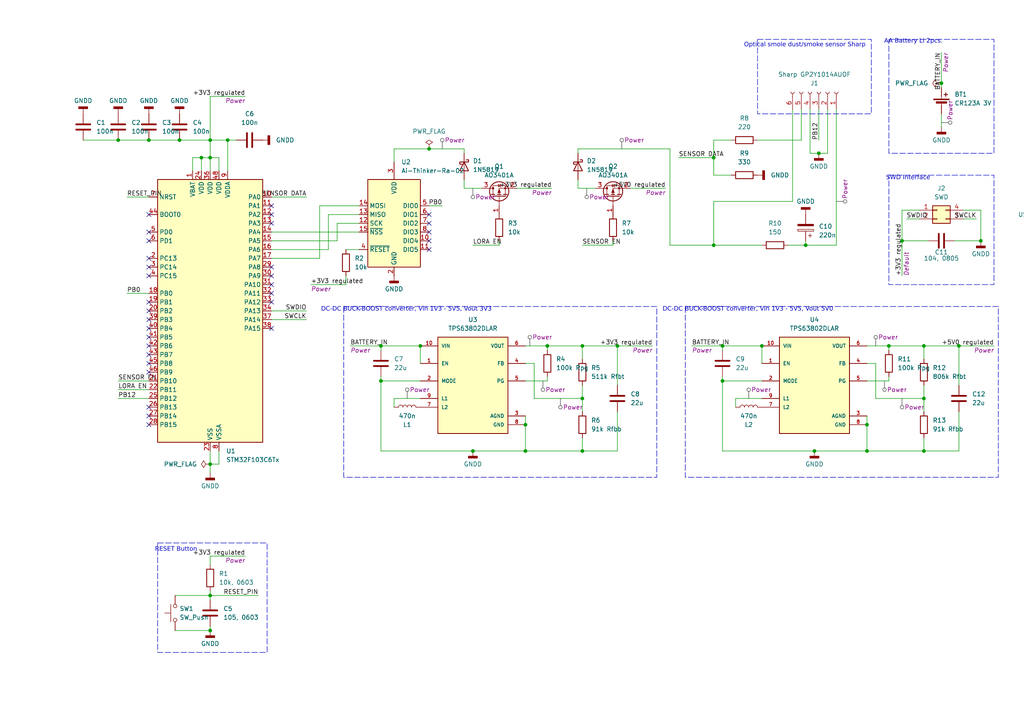
<source format=kicad_sch>
(kicad_sch (version 20250114) (generator "eeschema") (generator_version "9.0")
  (paper "A4")
  (title_block (title "Датчик дыма") (date "2025-05-07") (rev "000.000.001") (comment 2 "Бурыкин И.Ю."))
  (lib_symbols
    (symbol "Connector:Conn_01x06_Socket" (pin_names (offset 1.016) (hide yes))
      (property "Reference" "J" (at 0 7.62 0))
      (property "Value" "Conn_01x06_Socket" (at 0 -10.16 0))
      (symbol "Conn_01x06_Socket_1_1"
        (pin passive line (at -5.08 5.08 0) (length 3.81) (name "Pin_1") (number "1"))
        (pin passive line (at -5.08 2.54 0) (length 3.81) (name "Pin_2") (number "2"))
        (pin passive line (at -5.08 0 0) (length 3.81) (name "Pin_3") (number "3"))
        (pin passive line (at -5.08 -2.54 0) (length 3.81) (name "Pin_4") (number "4"))
        (pin passive line (at -5.08 -5.08 0) (length 3.81) (name "Pin_5") (number "5"))
        (pin passive line (at -5.08 -7.62 0) (length 3.81) (name "Pin_6") (number "6"))
      )
    )
    (symbol "Connector:USB_C_Receptacle_PowerOnly_6P" (pin_names (offset 1.016))
      (property "Reference" "J" (at 0 16.51 0))
      (property "Value" "USB_C_Receptacle_PowerOnly_6P" (at 0 13.97 0))
      (symbol "USB_C_Receptacle_PowerOnly_6P_1_1"
        (pin passive line (at -7.62 -17.78 90) (length 5.08) (name "SHIELD") (number "S1"))
        (pin passive line (at 0 -17.78 90) (length 5.08) (name "GND") (number "A12"))
        (pin passive line (at 0 -17.78 90) (length 5.08) (hide yes) (name "GND") (number "B12"))
        (pin passive line (at 15.24 7.62 180) (length 5.08) (name "VBUS") (number "A9"))
        (pin passive line (at 15.24 7.62 180) (length 5.08) (hide yes) (name "VBUS") (number "B9"))
        (pin bidirectional line (at 15.24 -5.08 180) (length 5.08) (name "CC1") (number "A5"))
        (pin bidirectional line (at 15.24 -7.62 180) (length 5.08) (name "CC2") (number "B5"))
      )
    )
    (symbol "Connector_Generic:Conn_02x02_Counter_Clockwise" (pin_names (offset 1.016) (hide yes))
      (property "Reference" "J" (at 1.27 2.54 0))
      (property "Value" "Conn_02x02_Counter_Clockwise" (at 1.27 -5.08 0))
      (symbol "Conn_02x02_Counter_Clockwise_1_1"
        (pin passive line (at -5.08 0 0) (length 3.81) (name "Pin_1") (number "1"))
        (pin passive line (at -5.08 -2.54 0) (length 3.81) (name "Pin_2") (number "2"))
        (pin passive line (at 7.62 0 180) (length 3.81) (name "Pin_4") (number "4"))
        (pin passive line (at 7.62 -2.54 180) (length 3.81) (name "Pin_3") (number "3"))
      )
    )
    (symbol "Custom_library:TPS63802DLAR" (pin_names (offset 1.016))
      (property "Reference" "U" (at -10.16 13.97 0))
      (property "Value" "TPS63802DLAR" (at -10.16 -16.51 0))
      (symbol "TPS63802DLAR_0_0"
        (pin input line (at -15.24 5.08 0) (length 5.08) (name "EN") (number "1"))
        (pin input line (at -15.24 0 0) (length 5.08) (name "MODE") (number "2"))
        (pin passive line (at -15.24 -5.08 0) (length 5.08) (name "L1") (number "9"))
        (pin passive line (at -15.24 -7.62 0) (length 5.08) (name "L2") (number "7"))
        (pin input line (at 15.24 5.08 180) (length 5.08) (name "FB") (number "4"))
        (pin output line (at 15.24 0 180) (length 5.08) (name "PG") (number "5"))
        (pin power_in line (at 15.24 -10.16 180) (length 5.08) (name "AGND") (number "3"))
        (pin power_in line (at 15.24 -12.7 180) (length 5.08) (name "GND") (number "8"))
      )
      (symbol "TPS63802DLAR_1_0"
        (pin power_in line (at -15.24 10.16 0) (length 5.08) (name "VIN") (number "10"))
        (pin power_out line (at 15.24 10.16 180) (length 5.08) (name "VOUT") (number "6"))
      )
    )
    (symbol "Device:Battery_Cell" (pin_numbers (hide yes)) (pin_names (offset 0) (hide yes))
      (property "Reference" "BT" (at 2.54 2.54 0))
      (property "Value" "Battery_Cell" (at 2.54 0 0))
      (symbol "Battery_Cell_1_1"
        (pin passive line (at 0 5.08 270) (length 2.54) (name "+") (number "1"))
        (pin passive line (at 0 -2.54 90) (length 2.54) (name "-") (number "2"))
      )
    )
    (symbol "Device:C" (pin_numbers (hide yes)) (pin_names (offset 0.254))
      (property "Reference" "C" (at 0.635 2.54 0))
      (property "Value" "C" (at 0.635 -2.54 0))
      (symbol "C_1_1"
        (pin passive line (at 0 3.81 270) (length 2.794) (name "~") (number "1"))
        (pin passive line (at 0 -3.81 90) (length 2.794) (name "~") (number "2"))
      )
    )
    (symbol "Device:C_Polarized" (pin_numbers (hide yes)) (pin_names (offset 0.254))
      (property "Reference" "C" (at 0.635 2.54 0))
      (property "Value" "C_Polarized" (at 0.635 -2.54 0))
      (symbol "C_Polarized_1_1"
        (pin passive line (at 0 3.81 270) (length 2.794) (name "~") (number "1"))
        (pin passive line (at 0 -3.81 90) (length 2.794) (name "~") (number "2"))
      )
    )
    (symbol "Device:L" (pin_numbers (hide yes)) (pin_names (offset 1.016) (hide yes))
      (property "Reference" "L" (at -1.27 0 90))
      (property "Value" "L" (at 1.905 0 90))
      (symbol "L_1_1"
        (pin passive line (at 0 3.81 270) (length 1.27) (name "1") (number "1"))
        (pin passive line (at 0 -3.81 90) (length 1.27) (name "2") (number "2"))
      )
    )
    (symbol "Device:R" (pin_numbers (hide yes)) (pin_names (offset 0))
      (property "Reference" "R" (at 2.032 0 90))
      (property "Value" "R" (at 0 0 90))
      (symbol "R_1_1"
        (pin passive line (at 0 3.81 270) (length 1.27) (name "~") (number "1"))
        (pin passive line (at 0 -3.81 90) (length 1.27) (name "~") (number "2"))
      )
    )
    (symbol "Diode:1N5819" (pin_numbers (hide yes)) (pin_names (offset 1.016) (hide yes))
      (property "Reference" "D" (at 0 2.54 0))
      (property "Value" "1N5819" (at 0 -2.54 0))
      (symbol "1N5819_1_1"
        (pin passive line (at -3.81 0 0) (length 2.54) (name "K") (number "1"))
        (pin passive line (at 3.81 0 180) (length 2.54) (name "A") (number "2"))
      )
    )
    (symbol "MCU_ST_STM32F1:STM32F103C6Tx"
      (property "Reference" "U" (at -15.24 39.37 0))
      (property "Value" "STM32F103C6Tx" (at 7.62 39.37 0))
      (symbol "STM32F103C6Tx_1_1"
        (pin input line (at -17.78 33.02 0) (length 2.54) (name "NRST") (number "7"))
        (pin input line (at -17.78 27.94 0) (length 2.54) (name "BOOT0") (number "44"))
        (pin bidirectional line (at -17.78 22.86 0) (length 2.54) (name "PD0") (number "5"))
        (pin bidirectional line (at -17.78 20.32 0) (length 2.54) (name "PD1") (number "6"))
        (pin bidirectional line (at -17.78 15.24 0) (length 2.54) (name "PC13") (number "2"))
        (pin bidirectional line (at -17.78 12.7 0) (length 2.54) (name "PC14") (number "3"))
        (pin bidirectional line (at -17.78 10.16 0) (length 2.54) (name "PC15") (number "4"))
        (pin bidirectional line (at -17.78 5.08 0) (length 2.54) (name "PB0") (number "18"))
        (pin bidirectional line (at -17.78 2.54 0) (length 2.54) (name "PB1") (number "19"))
        (pin bidirectional line (at -17.78 0 0) (length 2.54) (name "PB2") (number "20"))
        (pin bidirectional line (at -17.78 -2.54 0) (length 2.54) (name "PB3") (number "39"))
        (pin bidirectional line (at -17.78 -5.08 0) (length 2.54) (name "PB4") (number "40"))
        (pin bidirectional line (at -17.78 -7.62 0) (length 2.54) (name "PB5") (number "41"))
        (pin bidirectional line (at -17.78 -10.16 0) (length 2.54) (name "PB6") (number "42"))
        (pin bidirectional line (at -17.78 -12.7 0) (length 2.54) (name "PB7") (number "43"))
        (pin bidirectional line (at -17.78 -15.24 0) (length 2.54) (name "PB8") (number "45"))
        (pin bidirectional line (at -17.78 -17.78 0) (length 2.54) (name "PB9") (number "46"))
        (pin bidirectional line (at -17.78 -20.32 0) (length 2.54) (name "PB10") (number "21"))
        (pin bidirectional line (at -17.78 -22.86 0) (length 2.54) (name "PB11") (number "22"))
        (pin bidirectional line (at -17.78 -25.4 0) (length 2.54) (name "PB12") (number "25"))
        (pin bidirectional line (at -17.78 -27.94 0) (length 2.54) (name "PB13") (number "26"))
        (pin bidirectional line (at -17.78 -30.48 0) (length 2.54) (name "PB14") (number "27"))
        (pin bidirectional line (at -17.78 -33.02 0) (length 2.54) (name "PB15") (number "28"))
        (pin power_in line (at -5.08 40.64 270) (length 2.54) (name "VBAT") (number "1"))
        (pin power_in line (at -2.54 40.64 270) (length 2.54) (name "VDD") (number "24"))
        (pin power_in line (at 0 40.64 270) (length 2.54) (name "VDD") (number "36"))
        (pin power_in line (at 0 -40.64 90) (length 2.54) (name "VSS") (number "23"))
        (pin passive line (at 0 -40.64 90) (length 2.54) (hide yes) (name "VSS") (number "35"))
        (pin passive line (at 0 -40.64 90) (length 2.54) (hide yes) (name "VSS") (number "47"))
        (pin power_in line (at 2.54 40.64 270) (length 2.54) (name "VDD") (number "48"))
        (pin power_in line (at 2.54 -40.64 90) (length 2.54) (name "VSSA") (number "8"))
        (pin power_in line (at 5.08 40.64 270) (length 2.54) (name "VDDA") (number "9"))
        (pin bidirectional line (at 17.78 33.02 180) (length 2.54) (name "PA0") (number "10"))
        (pin bidirectional line (at 17.78 30.48 180) (length 2.54) (name "PA1") (number "11"))
        (pin bidirectional line (at 17.78 27.94 180) (length 2.54) (name "PA2") (number "12"))
        (pin bidirectional line (at 17.78 25.4 180) (length 2.54) (name "PA3") (number "13"))
        (pin bidirectional line (at 17.78 22.86 180) (length 2.54) (name "PA4") (number "14"))
        (pin bidirectional line (at 17.78 20.32 180) (length 2.54) (name "PA5") (number "15"))
        (pin bidirectional line (at 17.78 17.78 180) (length 2.54) (name "PA6") (number "16"))
        (pin bidirectional line (at 17.78 15.24 180) (length 2.54) (name "PA7") (number "17"))
        (pin bidirectional line (at 17.78 12.7 180) (length 2.54) (name "PA8") (number "29"))
        (pin bidirectional line (at 17.78 10.16 180) (length 2.54) (name "PA9") (number "30"))
        (pin bidirectional line (at 17.78 7.62 180) (length 2.54) (name "PA10") (number "31"))
        (pin bidirectional line (at 17.78 5.08 180) (length 2.54) (name "PA11") (number "32"))
        (pin bidirectional line (at 17.78 2.54 180) (length 2.54) (name "PA12") (number "33"))
        (pin bidirectional line (at 17.78 0 180) (length 2.54) (name "PA13") (number "34"))
        (pin bidirectional line (at 17.78 -2.54 180) (length 2.54) (name "PA14") (number "37"))
        (pin bidirectional line (at 17.78 -5.08 180) (length 2.54) (name "PA15") (number "38"))
      )
    )
    (symbol "RF_Module:Ai-Thinker-Ra-02"
      (property "Reference" "U" (at 2.54 19.05 0))
      (property "Value" "Ai-Thinker-Ra-02" (at 13.97 -15.24 0))
      (symbol "Ai-Thinker-Ra-02_1_1"
        (pin input line (at -10.16 5.08 0) (length 2.54) (name "MOSI") (number "14"))
        (pin output line (at -10.16 2.54 0) (length 2.54) (name "MISO") (number "13"))
        (pin input line (at -10.16 0 0) (length 2.54) (name "SCK") (number "12"))
        (pin input line (at -10.16 -2.54 0) (length 2.54) (name "~{NSS}") (number "15"))
        (pin input line (at -10.16 -7.62 0) (length 2.54) (name "~{RESET}") (number "4"))
        (pin power_in line (at 0 17.78 270) (length 5.08) (name "VDD") (number "3"))
        (pin passive line (at 0 -15.24 90) (length 2.54) (hide yes) (name "GND") (number "1"))
        (pin passive line (at 0 -15.24 90) (length 2.54) (hide yes) (name "GND") (number "16"))
        (pin power_in line (at 0 -15.24 90) (length 2.54) (name "GND") (number "2"))
        (pin passive line (at 0 -15.24 90) (length 2.54) (hide yes) (name "GND") (number "9"))
        (pin bidirectional line (at 10.16 5.08 180) (length 2.54) (name "DIO0") (number "5"))
        (pin bidirectional line (at 10.16 2.54 180) (length 2.54) (name "DIO1") (number "6"))
        (pin bidirectional line (at 10.16 0 180) (length 2.54) (name "DIO2") (number "7"))
        (pin bidirectional line (at 10.16 -2.54 180) (length 2.54) (name "DIO3") (number "8"))
        (pin bidirectional line (at 10.16 -5.08 180) (length 2.54) (name "DIO4") (number "10"))
        (pin bidirectional line (at 10.16 -7.62 180) (length 2.54) (name "DIO5") (number "11"))
      )
    )
    (symbol "Switch:SW_Push" (pin_numbers (hide yes)) (pin_names (offset 1.016) (hide yes))
      (property "Reference" "SW" (at 1.27 2.54 0))
      (property "Value" "SW_Push" (at 0 -1.524 0))
      (symbol "SW_Push_0_1"
        (pin passive line (at -5.08 0 0) (length 2.54) (name "1") (number "1"))
        (pin passive line (at 5.08 0 180) (length 2.54) (name "2") (number "2"))
      )
    )
    (symbol "TPS63802DLAR_1" (pin_names (offset 1.016))
      (property "Reference" "U" (at -10.16 13.97 0))
      (property "Value" "TPS63802DLAR" (at -10.16 -16.51 0))
      (symbol "TPS63802DLAR_1_0_0"
        (pin input line (at -15.24 5.08 0) (length 5.08) (name "EN") (number "1"))
        (pin input line (at -15.24 0 0) (length 5.08) (name "MODE") (number "2"))
        (pin passive line (at -15.24 -5.08 0) (length 5.08) (name "L1") (number "9"))
        (pin passive line (at -15.24 -7.62 0) (length 5.08) (name "L2") (number "7"))
        (pin input line (at 15.24 5.08 180) (length 5.08) (name "FB") (number "4"))
        (pin output line (at 15.24 0 180) (length 5.08) (name "PG") (number "5"))
        (pin power_in line (at 15.24 -10.16 180) (length 5.08) (name "AGND") (number "3"))
        (pin power_in line (at 15.24 -12.7 180) (length 5.08) (name "GND") (number "8"))
      )
      (symbol "TPS63802DLAR_1_1_0"
        (pin power_in line (at -15.24 10.16 0) (length 5.08) (name "VIN") (number "10"))
        (pin power_out line (at 15.24 10.16 180) (length 5.08) (name "VOUT") (number "6"))
      )
    )
    (symbol "Transistor_FET:AO3401A" (pin_names (hide yes))
      (property "Reference" "Q" (at 5.08 1.905 0))
      (property "Value" "AO3401A" (at 5.08 0 0))
      (symbol "AO3401A_1_1"
        (pin input line (at -5.08 0 0) (length 2.54) (name "G") (number "1"))
        (pin passive line (at 2.54 5.08 270) (length 2.54) (name "D") (number "3"))
        (pin passive line (at 2.54 -5.08 90) (length 2.54) (name "S") (number "2"))
      )
    )
    (symbol "power:GNDD" (power) (pin_numbers (hide yes)) (pin_names (offset 0) (hide yes))
      (property "Value" "GNDD" (at 0 -3.175 0))
      (symbol "GNDD_1_1"
        (pin power_in line (at 0 0 270) (length 0) (name "~") (number "1"))
      )
    )
    (symbol "power:PWR_FLAG" (power) (pin_numbers (hide yes)) (pin_names (offset 0) (hide yes))
      (property "Value" "PWR_FLAG" (at 0 3.81 0))
      (symbol "PWR_FLAG_0_0"
        (pin power_out line (at 0 0 90) (length 0) (name "~") (number "1"))
      )
    )
  )
  (rectangle (start 257.81 50.8) (end 288.29 82.55) (stroke (width 0) (type dash)))
  (rectangle (start 257.81 11.43) (end 288.29 44.45) (stroke (width 0) (type dash)))
  (rectangle (start 99.695 88.9) (end 190.5 138.43) (stroke (width 0) (type dash)))
  (rectangle (start 45.72 157.48) (end 77.47 189.23) (stroke (width 0) (type dash)))
  (rectangle (start 219.71 11.43) (end 252.73 33.02) (stroke (width 0) (type dash)))
  (rectangle (start 198.755 88.9) (end 289.56 138.43) (stroke (width 0) (type dash)))
  (text "SWD Interface\n\n" (at 263.398 53.086 0) (effects (font (size 1.27 1.27))))
  (text "RESET Button" (at 51.054 159.766 0) (effects (font (size 1.27 1.27))))
  (text "AA Battery Li 2pcs.\n\n" (at 264.922 13.462 0) (effects (font (size 1.27 1.27))))
  (text "DC-DC BUCK-BOOST converter, Vin 1V3 - 5V5, Vout 3V3\n\n" (at 117.856 91.186 0) (effects (font (size 1.27 1.27))))
  (text "Optical smole dust/smoke sensor Sharp" (at 233.426 13.462 0) (effects (font (size 1.27 1.27))))
  (text "DC-DC BUCK-BOOST converter, Vin 1V3 - 5V5, Vout 5V0\n\n" (at 216.916 91.186 0) (effects (font (size 1.27 1.27))))
  (junction (at 236.22 130.81))
  (junction (at 233.68 71.12))
  (junction (at 66.04 40.64))
  (junction (at 209.55 110.49))
  (junction (at 110.49 110.49))
  (junction (at 158.75 100.33))
  (junction (at 257.81 100.33))
  (junction (at 267.97 130.81))
  (junction (at 168.91 115.57))
  (junction (at 60.96 172.72))
  (junction (at 60.96 45.72))
  (junction (at 60.96 134.62))
  (junction (at 267.97 100.33))
  (junction (at 34.29 40.64))
  (junction (at 168.91 100.33))
  (junction (at 152.4 123.19))
  (junction (at 58.42 45.72))
  (junction (at 267.97 115.57))
  (junction (at 278.13 100.33))
  (junction (at 284.48 69.85))
  (junction (at 52.07 40.64))
  (junction (at 207.01 71.12))
  (junction (at 152.4 130.81))
  (junction (at 168.91 130.81))
  (junction (at 261.62 69.85))
  (junction (at 179.07 100.33))
  (junction (at 251.46 123.19))
  (junction (at 209.55 100.33))
  (junction (at 110.49 100.33))
  (junction (at 43.18 40.64))
  (junction (at 237.49 44.45))
  (junction (at 207.01 45.72))
  (junction (at 220.98 100.33))
  (junction (at 273.05 24.13))
  (junction (at 137.16 130.81))
  (junction (at 60.96 182.88))
  (junction (at 60.96 40.64))
  (junction (at 251.46 130.81))
  (junction (at 124.46 43.18))
  (junction (at 121.92 100.33))
  (no_connect (at 124.46 62.23))
  (no_connect (at 43.18 97.79))
  (no_connect (at 78.74 95.25))
  (no_connect (at 43.18 100.33))
  (no_connect (at 78.74 87.63))
  (no_connect (at 78.74 85.09))
  (no_connect (at 124.46 64.77))
  (no_connect (at 43.18 74.93))
  (no_connect (at 78.74 82.55))
  (no_connect (at 124.46 69.85))
  (no_connect (at 78.74 80.01))
  (no_connect (at 43.18 107.95))
  (no_connect (at 78.74 62.23))
  (no_connect (at 43.18 123.19))
  (no_connect (at 43.18 77.47))
  (no_connect (at 78.74 77.47))
  (no_connect (at 43.18 62.23))
  (no_connect (at 43.18 92.71))
  (no_connect (at 43.18 95.25))
  (no_connect (at 78.74 59.69))
  (no_connect (at 124.46 67.31))
  (no_connect (at 43.18 105.41))
  (no_connect (at 43.18 120.65))
  (no_connect (at 43.18 80.01))
  (no_connect (at 124.46 72.39))
  (no_connect (at 43.18 69.85))
  (no_connect (at 43.18 67.31))
  (no_connect (at 78.74 64.77))
  (no_connect (at 43.18 118.11))
  (no_connect (at 43.18 102.87))
  (no_connect (at 43.18 87.63))
  (no_connect (at 43.18 90.17))
  (wire (pts (xy 43.18 40.64) (xy 52.07 40.64)))
  (wire (pts (xy 134.62 54.61) (xy 134.62 52.07)))
  (wire (pts (xy 167.64 54.61) (xy 172.72 54.61)))
  (wire (pts (xy 78.74 90.17) (xy 88.9 90.17)))
  (wire (pts (xy 66.04 40.64) (xy 66.04 49.53)))
  (wire (pts (xy 288.29 100.33) (xy 278.13 100.33)))
  (wire (pts (xy 167.64 43.18) (xy 194.31 43.18)))
  (wire (pts (xy 114.3 115.57) (xy 121.92 115.57)))
  (wire (pts (xy 261.62 60.96) (xy 261.62 69.85)))
  (wire (pts (xy 152.4 110.49) (xy 158.75 110.49)))
  (wire (pts (xy 58.42 45.72) (xy 60.96 45.72)))
  (wire (pts (xy 110.49 110.49) (xy 121.92 110.49)))
  (wire (pts (xy 267.97 100.33) (xy 278.13 100.33)))
  (wire (pts (xy 200.66 100.33) (xy 209.55 100.33)))
  (wire (pts (xy 232.41 40.64) (xy 219.71 40.64)))
  (wire (pts (xy 60.96 130.81) (xy 60.96 134.62)))
  (wire (pts (xy 168.91 100.33) (xy 179.07 100.33)))
  (wire (pts (xy 158.75 101.6) (xy 158.75 100.33)))
  (wire (pts (xy 58.42 45.72) (xy 58.42 49.53)))
  (wire (pts (xy 267.97 100.33) (xy 267.97 104.14)))
  (wire (pts (xy 55.88 45.72) (xy 55.88 49.53)))
  (wire (pts (xy 233.68 71.12) (xy 233.68 69.85)))
  (wire (pts (xy 257.81 101.6) (xy 257.81 100.33)))
  (wire (pts (xy 251.46 130.81) (xy 267.97 130.81)))
  (wire (pts (xy 97.79 64.77) (xy 104.14 64.77)))
  (wire (pts (xy 209.55 110.49) (xy 209.55 130.81)))
  (wire (pts (xy 236.22 130.81) (xy 251.46 130.81)))
  (wire (pts (xy 232.41 31.75) (xy 232.41 40.64)))
  (wire (pts (xy 34.29 40.64) (xy 43.18 40.64)))
  (wire (pts (xy 144.78 71.12) (xy 144.78 69.85)))
  (wire (pts (xy 209.55 100.33) (xy 220.98 100.33)))
  (wire (pts (xy 233.68 71.12) (xy 242.57 71.12)))
  (wire (pts (xy 168.91 100.33) (xy 168.91 104.14)))
  (wire (pts (xy 60.96 182.88) (xy 60.96 181.61)))
  (wire (pts (xy 60.96 40.64) (xy 66.04 40.64)))
  (wire (pts (xy 71.12 161.29) (xy 60.96 161.29)))
  (wire (pts (xy 95.25 72.39) (xy 95.25 62.23)))
  (wire (pts (xy 273.05 33.02) (xy 273.05 36.83)))
  (wire (pts (xy 110.49 100.33) (xy 121.92 100.33)))
  (wire (pts (xy 97.79 69.85) (xy 97.79 64.77)))
  (wire (pts (xy 152.4 130.81) (xy 168.91 130.81)))
  (wire (pts (xy 60.96 172.72) (xy 60.96 171.45)))
  (wire (pts (xy 121.92 100.33) (xy 121.92 105.41)))
  (wire (pts (xy 137.16 130.81) (xy 110.49 130.81)))
  (wire (pts (xy 114.3 115.57) (xy 114.3 118.11)))
  (wire (pts (xy 168.91 127) (xy 168.91 130.81)))
  (wire (pts (xy 114.3 43.18) (xy 114.3 46.99)))
  (wire (pts (xy 50.8 182.88) (xy 60.96 182.88)))
  (wire (pts (xy 110.49 110.49) (xy 110.49 130.81)))
  (wire (pts (xy 266.7 60.96) (xy 261.62 60.96)))
  (wire (pts (xy 251.46 123.19) (xy 251.46 130.81)))
  (wire (pts (xy 261.62 69.85) (xy 261.62 80.01)))
  (wire (pts (xy 152.4 100.33) (xy 158.75 100.33)))
  (wire (pts (xy 168.91 71.12) (xy 177.8 71.12)))
  (wire (pts (xy 154.94 115.57) (xy 168.91 115.57)))
  (wire (pts (xy 60.96 45.72) (xy 60.96 49.53)))
  (wire (pts (xy 78.74 74.93) (xy 92.71 74.93)))
  (wire (pts (xy 179.07 100.33) (xy 189.23 100.33)))
  (wire (pts (xy 60.96 161.29) (xy 60.96 163.83)))
  (wire (pts (xy 60.96 173.99) (xy 60.96 172.72)))
  (wire (pts (xy 60.96 45.72) (xy 63.5 45.72)))
  (wire (pts (xy 78.74 67.31) (xy 104.14 67.31)))
  (wire (pts (xy 207.01 50.8) (xy 212.09 50.8)))
  (wire (pts (xy 228.6 71.12) (xy 233.68 71.12)))
  (wire (pts (xy 124.46 59.69) (xy 128.27 59.69)))
  (wire (pts (xy 194.31 71.12) (xy 207.01 71.12)))
  (wire (pts (xy 194.31 43.18) (xy 194.31 71.12)))
  (wire (pts (xy 110.49 110.49) (xy 110.49 109.22)))
  (wire (pts (xy 179.07 100.33) (xy 179.07 111.76)))
  (wire (pts (xy 213.36 115.57) (xy 220.98 115.57)))
  (wire (pts (xy 251.46 110.49) (xy 257.81 110.49)))
  (wire (pts (xy 167.64 43.18) (xy 167.64 44.45)))
  (wire (pts (xy 220.98 100.33) (xy 220.98 105.41)))
  (wire (pts (xy 167.64 54.61) (xy 167.64 52.07)))
  (wire (pts (xy 63.5 130.81) (xy 63.5 134.62)))
  (wire (pts (xy 88.9 57.15) (xy 78.74 57.15)))
  (wire (pts (xy 110.49 101.6) (xy 110.49 100.33)))
  (wire (pts (xy 207.01 40.64) (xy 207.01 45.72)))
  (wire (pts (xy 251.46 100.33) (xy 257.81 100.33)))
  (wire (pts (xy 24.13 40.64) (xy 34.29 40.64)))
  (wire (pts (xy 34.29 115.57) (xy 43.18 115.57)))
  (wire (pts (xy 229.87 31.75) (xy 229.87 58.42)))
  (wire (pts (xy 78.74 92.71) (xy 88.9 92.71)))
  (wire (pts (xy 100.33 82.55) (xy 100.33 80.01)))
  (wire (pts (xy 152.4 123.19) (xy 152.4 130.81)))
  (wire (pts (xy 154.94 105.41) (xy 154.94 115.57)))
  (wire (pts (xy 196.85 45.72) (xy 207.01 45.72)))
  (wire (pts (xy 101.6 100.33) (xy 110.49 100.33)))
  (wire (pts (xy 262.89 63.5) (xy 266.7 63.5)))
  (wire (pts (xy 95.25 62.23) (xy 104.14 62.23)))
  (wire (pts (xy 251.46 120.65) (xy 251.46 123.19)))
  (wire (pts (xy 257.81 100.33) (xy 267.97 100.33)))
  (wire (pts (xy 261.62 69.85) (xy 269.24 69.85)))
  (wire (pts (xy 267.97 130.81) (xy 278.13 130.81)))
  (wire (pts (xy 60.96 27.94) (xy 71.12 27.94)))
  (wire (pts (xy 209.55 101.6) (xy 209.55 100.33)))
  (wire (pts (xy 168.91 130.81) (xy 179.07 130.81)))
  (wire (pts (xy 179.07 119.38) (xy 179.07 130.81)))
  (wire (pts (xy 207.01 58.42) (xy 207.01 71.12)))
  (wire (pts (xy 234.95 44.45) (xy 237.49 44.45)))
  (wire (pts (xy 237.49 44.45) (xy 240.03 44.45)))
  (wire (pts (xy 213.36 115.57) (xy 213.36 118.11)))
  (wire (pts (xy 207.01 40.64) (xy 212.09 40.64)))
  (wire (pts (xy 52.07 40.64) (xy 60.96 40.64)))
  (wire (pts (xy 242.57 31.75) (xy 242.57 71.12)))
  (wire (pts (xy 134.62 44.45) (xy 134.62 43.18)))
  (wire (pts (xy 284.48 69.85) (xy 284.48 60.96)))
  (wire (pts (xy 240.03 31.75) (xy 240.03 44.45)))
  (wire (pts (xy 278.13 100.33) (xy 278.13 111.76)))
  (wire (pts (xy 267.97 111.76) (xy 267.97 115.57)))
  (wire (pts (xy 134.62 54.61) (xy 139.7 54.61)))
  (wire (pts (xy 257.81 109.22) (xy 257.81 110.49)))
  (wire (pts (xy 60.96 27.94) (xy 60.96 40.64)))
  (wire (pts (xy 78.74 69.85) (xy 97.79 69.85)))
  (wire (pts (xy 124.46 43.18) (xy 134.62 43.18)))
  (wire (pts (xy 149.86 54.61) (xy 160.02 54.61)))
  (wire (pts (xy 278.13 119.38) (xy 278.13 130.81)))
  (wire (pts (xy 229.87 58.42) (xy 207.01 58.42)))
  (wire (pts (xy 236.22 130.81) (xy 209.55 130.81)))
  (wire (pts (xy 177.8 71.12) (xy 177.8 69.85)))
  (wire (pts (xy 137.16 71.12) (xy 144.78 71.12)))
  (wire (pts (xy 92.71 74.93) (xy 92.71 59.69)))
  (wire (pts (xy 207.01 45.72) (xy 207.01 50.8)))
  (wire (pts (xy 182.88 54.61) (xy 193.04 54.61)))
  (wire (pts (xy 273.05 24.13) (xy 273.05 25.4)))
  (wire (pts (xy 43.18 110.49) (xy 34.29 110.49)))
  (wire (pts (xy 60.96 40.64) (xy 60.96 45.72)))
  (wire (pts (xy 267.97 127) (xy 267.97 130.81)))
  (wire (pts (xy 60.96 134.62) (xy 63.5 134.62)))
  (wire (pts (xy 104.14 72.39) (xy 100.33 72.39)))
  (wire (pts (xy 36.83 57.15) (xy 43.18 57.15)))
  (wire (pts (xy 284.48 60.96) (xy 279.4 60.96)))
  (wire (pts (xy 50.8 172.72) (xy 60.96 172.72)))
  (wire (pts (xy 207.01 71.12) (xy 220.98 71.12)))
  (wire (pts (xy 251.46 105.41) (xy 254 105.41)))
  (wire (pts (xy 152.4 120.65) (xy 152.4 123.19)))
  (wire (pts (xy 254 105.41) (xy 254 115.57)))
  (wire (pts (xy 60.96 134.62) (xy 60.96 137.16)))
  (wire (pts (xy 209.55 110.49) (xy 209.55 109.22)))
  (wire (pts (xy 60.96 172.72) (xy 74.93 172.72)))
  (wire (pts (xy 237.49 31.75) (xy 237.49 40.64)))
  (wire (pts (xy 152.4 105.41) (xy 154.94 105.41)))
  (wire (pts (xy 234.95 31.75) (xy 234.95 44.45)))
  (wire (pts (xy 168.91 115.57) (xy 168.91 119.38)))
  (wire (pts (xy 209.55 110.49) (xy 220.98 110.49)))
  (wire (pts (xy 34.29 113.03) (xy 43.18 113.03)))
  (wire (pts (xy 158.75 109.22) (xy 158.75 110.49)))
  (wire (pts (xy 66.04 40.64) (xy 68.58 40.64)))
  (wire (pts (xy 92.71 59.69) (xy 104.14 59.69)))
  (wire (pts (xy 158.75 100.33) (xy 168.91 100.33)))
  (wire (pts (xy 90.17 82.55) (xy 100.33 82.55)))
  (wire (pts (xy 267.97 115.57) (xy 267.97 119.38)))
  (wire (pts (xy 43.18 85.09) (xy 36.83 85.09)))
  (wire (pts (xy 254 115.57) (xy 267.97 115.57)))
  (wire (pts (xy 63.5 45.72) (xy 63.5 49.53)))
  (wire (pts (xy 114.3 43.18) (xy 124.46 43.18)))
  (wire (pts (xy 78.74 72.39) (xy 95.25 72.39)))
  (wire (pts (xy 273.05 15.24) (xy 273.05 24.13)))
  (wire (pts (xy 55.88 45.72) (xy 58.42 45.72)))
  (wire (pts (xy 168.91 111.76) (xy 168.91 115.57)))
  (wire (pts (xy 276.86 69.85) (xy 284.48 69.85)))
  (wire (pts (xy 137.16 130.81) (xy 152.4 130.81)))
  (wire (pts (xy 279.4 63.5) (xy 283.21 63.5)))
  (label "SWCLK" (at 88.9 92.71 180))
  (label "LORA EN" (at 137.16 71.12 0))
  (label "+3V3 regulated" (at 160.02 54.61 180) (property "Netclass" "Power" (at 160.02 55.88 0) (effects (font (italic yes)) (justify right))))
  (label "SENSOR EN" (at 34.29 110.49 0))
  (label "RESET_PIN" (at 74.93 172.72 180))
  (label "SENSOR DATA" (at 88.9 57.15 180))
  (label "SWCLK" (at 283.21 63.5 180))
  (label "BATTERY_IN" (at 200.66 100.33 0) (property "Netclass" "Power" (at 200.66 101.6 0) (effects (font (italic yes)) (justify left))))
  (label "+3V3 regulated" (at 261.62 80.01 90) (property "Netclass" "Default" (at 262.89 80.01 90) (effects (font (italic yes)) (justify left))))
  (label "+3V3 regulated" (at 71.12 27.94 180) (property "Netclass" "Power" (at 71.12 29.21 0) (effects (font (italic yes)) (justify right))))
  (label "PB12" (at 237.49 40.64 90))
  (label "LORA EN" (at 34.29 113.03 0))
  (label "PB12" (at 34.29 115.57 0))
  (label "BATTERY_IN" (at 273.05 15.24 270) (property "Netclass" "Power" (at 274.32 15.24 90) (effects (font (italic yes)) (justify right))))
  (label "SWDIO" (at 262.89 63.5 0))
  (label "SWDIO" (at 88.9 90.17 180))
  (label "+5V0 regulated" (at 288.29 100.33 180) (property "Netclass" "Power" (at 288.29 101.6 0) (effects (font (italic yes)) (justify right))))
  (label "RESET_PIN" (at 36.83 57.15 0))
  (label "+3V3 regulated" (at 90.17 82.55 0) (property "Netclass" "Power" (at 90.17 83.82 0) (effects (font (italic yes)) (justify left))))
  (label "+3V3 regulated" (at 71.12 161.29 180) (property "Netclass" "Power" (at 71.12 162.56 0) (effects (font (italic yes)) (justify right))))
  (label "+5V0 regulated" (at 193.04 54.61 180) (property "Netclass" "Power" (at 193.04 55.88 0) (effects (font (italic yes)) (justify right))))
  (label "+3V3 regulated" (at 189.23 100.33 180) (property "Netclass" "Power" (at 189.23 101.6 0) (effects (font (italic yes)) (justify right))))
  (label "BATTERY_IN" (at 101.6 100.33 0) (property "Netclass" "Power" (at 101.6 101.6 0) (effects (font (italic yes)) (justify left))))
  (label "SENSOR EN" (at 168.91 71.12 0))
  (label "PB0" (at 36.83 85.09 0))
  (label "PB0" (at 128.27 59.69 180))
  (label "SENSOR DATA" (at 196.85 45.72 0))
  (netclass_flag "" (length 2.54) (shape round) (at 153.67 100.33 0) (property "Netclass" "Power" (at 154.3685 97.79 0) (effects (justify left))))
  (netclass_flag "" (length 2.54) (shape round) (at 162.56 115.57 180) (property "Netclass" "Power" (at 163.2585 118.11 0) (effects (justify left))))
  (netclass_flag "" (length 2.54) (shape round) (at 137.16 54.61 180) (property "Netclass" "Power" (at 137.8585 57.15 0) (effects (justify left))))
  (netclass_flag "" (length 2.54) (shape round) (at 180.34 43.18 0) (property "Netclass" "Power" (at 181.0385 40.64 0) (effects (justify left))))
  (netclass_flag "" (length 2.54) (shape round) (at 157.48 110.49 180) (property "Netclass" "Power" (at 158.1785 113.03 0) (effects (justify left))))
  (netclass_flag "" (length 2.54) (shape round) (at 170.18 54.61 180) (property "Netclass" "Power" (at 170.8785 57.15 0) (effects (justify left))))
  (netclass_flag "" (length 2.54) (shape round) (at 256.54 110.49 180) (property "Netclass" "Power" (at 257.2385 113.03 0) (effects (justify left))))
  (netclass_flag "" (length 2.54) (shape round) (at 273.05 35.56 270) (property "Netclass" "Power" (at 275.59 34.8615 90) (effects (justify left))))
  (netclass_flag "" (length 2.54) (shape round) (at 128.27 43.18 0) (property "Netclass" "Power" (at 128.9685 40.64 0) (effects (justify left))))
  (netclass_flag "" (length 2.54) (shape round) (at 242.57 58.42 270) (property "Netclass" "Power" (at 245.11 57.7215 90) (effects (justify left))))
  (netclass_flag "" (length 2.54) (shape round) (at 217.17 115.57 0) (property "Netclass" "Power" (at 217.8685 113.03 0) (effects (justify left))))
  (netclass_flag "" (length 2.54) (shape round) (at 261.62 115.57 180) (property "Netclass" "Power" (at 262.3185 118.11 0) (effects (justify left))))
  (netclass_flag "" (length 2.54) (shape round) (at 118.11 115.57 0) (property "Netclass" "Power" (at 118.8085 113.03 0) (effects (justify left))))
  (netclass_flag "" (length 2.54) (shape round) (at 254 100.33 0) (property "Netclass" "Power" (at 254.6985 97.79 0) (effects (justify left))))
  (symbol (lib_id "Device:C") (at 179.07 115.57 0) (mirror y) (unit 1)
    (property "Reference" "C8" (at 182.88 114.3 0) (effects (justify right)))
    (property "Value" "22u" (at 182.88 116.84 0) (effects (justify right)))
    (property "Footprint" "Capacitor_SMD:C_0603_1608Metric_Pad1.08x0.95mm_HandSolder" (effects (hide yes)))
    (property "Datasheet" "https://search.murata.co.jp/Ceramy/image/img/A01X/G101/ENG/GRM188R60J226MEA0-01.pdf" (effects (hide yes)))
    (property "Description" "Unpolarized capacitor" (effects (hide yes)))
  )
  (symbol (lib_id "Device:R") (at 257.81 105.41 0) (unit 1)
    (property "Reference" "R11" (at 260.35 104.14 0) (effects (justify left)))
    (property "Value" "100k Rpg" (at 260.35 106.68 0) (effects (justify left)))
    (property "Footprint" "Resistor_SMD:R_0603_1608Metric_Pad0.98x0.95mm_HandSolder" (effects (hide yes)))
    (property "Datasheet" "https://www.vishay.com/docs/20035/dcrcwe3.pdf" (effects (hide yes)))
    (property "Description" "Resistor" (effects (hide yes)))
  )
  (symbol (lib_id "Device:R") (at 168.91 107.95 0) (unit 1)
    (property "Reference" "R5" (at 171.45 106.68 0) (effects (justify left)))
    (property "Value" "511k Rfbt" (at 171.45 109.22 0) (effects (justify left)))
    (property "Footprint" "Resistor_SMD:R_0603_1608Metric_Pad0.98x0.95mm_HandSolder" (effects (hide yes)))
    (property "Datasheet" "https://www.vishay.com/docs/20035/dcrcwe3.pdf" (effects (hide yes)))
    (property "Description" "Resistor" (effects (hide yes)))
  )
  (symbol (lib_id "Device:C") (at 24.13 36.83 180) (unit 1)
    (property "Reference" "C1" (at 27.94 35.56 0) (effects (justify right)))
    (property "Value" "100n" (at 27.94 38.1 0) (effects (justify right)))
    (property "Footprint" "Capacitor_SMD:C_0805_2012Metric_Pad1.18x1.45mm_HandSolder" (effects (hide yes)))
    (property "Description" "Unpolarized capacitor" (effects (hide yes)))
  )
  (symbol (lib_id "Device:R") (at 144.78 66.04 0) (unit 1)
    (property "Reference" "R3" (at 147.32 64.77 0) (effects (justify left)))
    (property "Value" "10k" (at 147.32 67.31 0) (effects (justify left)))
    (property "Footprint" "Resistor_SMD:R_0805_2012Metric_Pad1.20x1.40mm_HandSolder" (effects (hide yes)))
    (property "Description" "Resistor" (effects (hide yes)))
  )
  (symbol (lib_id "Device:R") (at 158.75 105.41 0) (unit 1)
    (property "Reference" "R4" (at 161.29 104.14 0) (effects (justify left)))
    (property "Value" "100k Rpg" (at 161.29 106.68 0) (effects (justify left)))
    (property "Footprint" "Resistor_SMD:R_0603_1608Metric_Pad0.98x0.95mm_HandSolder" (effects (hide yes)))
    (property "Datasheet" "https://www.vishay.com/docs/20035/dcrcwe3.pdf" (effects (hide yes)))
    (property "Description" "Resistor" (effects (hide yes)))
  )
  (symbol (lib_id "Device:R") (at 267.97 107.95 0) (unit 1)
    (property "Reference" "R12" (at 270.51 106.68 0) (effects (justify left)))
    (property "Value" "806k Rfbt" (at 270.51 109.22 0) (effects (justify left)))
    (property "Footprint" "Resistor_SMD:R_0603_1608Metric_Pad0.98x0.95mm_HandSolder" (effects (hide yes)))
    (property "Datasheet" "https://www.vishay.com/docs/20035/dcrcwe3.pdf" (effects (hide yes)))
    (property "Description" "Resistor" (effects (hide yes)))
  )
  (symbol (lib_id "Device:C") (at 43.18 36.83 180) (unit 1)
    (property "Reference" "C3" (at 46.99 35.56 0) (effects (justify right)))
    (property "Value" "100n" (at 46.99 38.1 0) (effects (justify right)))
    (property "Footprint" "Capacitor_SMD:C_0805_2012Metric_Pad1.18x1.45mm_HandSolder" (effects (hide yes)))
    (property "Description" "Unpolarized capacitor" (effects (hide yes)))
  )
  (symbol (lib_id "RF_Module:Ai-Thinker-Ra-02") (at 114.3 64.77 0) (unit 1)
    (property "Reference" "U2" (at 116.3865 46.99 0) (effects (justify left)))
    (property "Value" "Ai-Thinker-Ra-02" (at 116.3865 49.53 0) (effects (justify left)))
    (property "Footprint" "RF_Module:Ai-Thinker-Ra-01-LoRa" (effects (hide yes)))
    (property "Datasheet" "http://wiki.ai-thinker.com/_media/lora/docs/c048ps01a1_ra-02_product_specification_v1.1.pdf" (effects (hide yes)))
    (property "Description" "Ai-Thinker Ra-02 410-525 MHz LoRa Module, SPI interface, U.FL antenna connector" (effects (hide yes)))
  )
  (symbol (lib_id "Custom_library:TPS63802DLAR") (at 236.22 110.49 0) (unit 1)
    (property "Reference" "U4" (at 236.22 92.71 0))
    (property "Value" "TPS63802DLAR" (at 236.22 95.25 0))
    (property "Footprint" "Footprints:VREG_TPS63802DLAR" (effects (hide yes)))
    (property "Datasheet" "https://www.ti.com/lit/ds/symlink/tps63802.pdf?ts=1746895174737&ref_url=https%253A%252F%252Fwww.mouser.sk%252F" (effects (hide yes)))
    (property "MF" "Texas Instruments" (effects (hide yes)))
    (property "MAXIMUM_PACKAGE_HEIGHT" "1.0 mm" (effects (hide yes)))
    (property "Package" "VSON-HR-10 Texas Instruments" (effects (hide yes)))
    (property "Price" "None" (effects (hide yes)))
    (property "STANDARD" "Manufacturer Recommendations" (effects (hide yes)))
    (property "PARTREV" "B" (effects (hide yes)))
    (property "MP" "TPS63802DLAR" (effects (hide yes)))
    (property "Description_1" "2-A, high-efficient, 11-µA quiescent current buck-boost converter in QFN/DFN package" (effects (hide yes)))
    (property "Availability" "In Stock" (effects (hide yes)))
    (property "MANUFACTURER" "Texas Instruments" (effects (hide yes)))
  )
  (symbol (lib_id "power:GNDD") (at 273.05 36.83 0) (unit 1)
    (property "Reference" "#PWR014" (effects (hide yes)))
    (property "Value" "GNDD" (at 273.05 40.64 0))
    (property "Description" "Power symbol creates a global label with name \"GNDD\" , digital ground" (effects (hide yes)))
  )
  (symbol (lib_id "Connector_Generic:Conn_02x02_Counter_Clockwise") (at 271.78 60.96 0) (unit 1)
    (property "Reference" "J2" (at 273.05 54.61 0))
    (property "Value" "SWD" (at 273.05 57.15 0))
    (property "Footprint" "Connector_PinHeader_2.54mm:PinHeader_2x02_P2.54mm_Vertical" (effects (hide yes)))
    (property "Description" "Generic connector, double row, 02x02, counter clockwise pin numbering scheme (similar to DIP package numbering), script generated (kicad-library-utils/schlib/autogen/connector/)" (effects (hide yes)))
  )
  (symbol (lib_name "TPS63802DLAR_1") (lib_id "Custom_library:TPS63802DLAR") (at 137.16 110.49 0) (unit 1)
    (property "Reference" "U3" (at 137.16 92.71 0))
    (property "Value" "TPS63802DLAR" (at 137.16 95.25 0))
    (property "Footprint" "Footprints:VREG_TPS63802DLAR" (effects (hide yes)))
    (property "Datasheet" "https://www.ti.com/lit/ds/symlink/tps63802.pdf?ts=1746895174737&ref_url=https%253A%252F%252Fwww.mouser.sk%252F" (effects (hide yes)))
    (property "MF" "Texas Instruments" (effects (hide yes)))
    (property "MAXIMUM_PACKAGE_HEIGHT" "1.0 mm" (effects (hide yes)))
    (property "Package" "VSON-HR-10 Texas Instruments" (effects (hide yes)))
    (property "Price" "None" (effects (hide yes)))
    (property "STANDARD" "Manufacturer Recommendations" (effects (hide yes)))
    (property "PARTREV" "B" (effects (hide yes)))
    (property "MP" "TPS63802DLAR" (effects (hide yes)))
    (property "Description_1" "2-A, high-efficient, 11-µA quiescent current buck-boost converter in QFN/DFN package" (effects (hide yes)))
    (property "Availability" "In Stock" (effects (hide yes)))
    (property "MANUFACTURER" "Texas Instruments" (effects (hide yes)))
  )
  (symbol (lib_id "Device:Battery_Cell") (at 273.05 30.48 0) (unit 1)
    (property "Reference" "BT1" (at 276.86 27.3685 0) (effects (justify left)))
    (property "Value" "CR123A 3V" (at 276.86 29.9085 0) (effects (justify left)))
    (property "Footprint" "Battery:BatteryHolder_Keystone_2462_2xAA" (effects (hide yes)))
    (property "Description" "Single-cell battery" (effects (hide yes)))
    (property "Sim.Device" "V" (effects (hide yes)))
    (property "Sim.Type" "DC" (effects (hide yes)))
    (property "Sim.Pins" "1=+ 2=-" (effects (hide yes)))
    (property "Sim.Params" "dc=3" (effects (hide yes)))
  )
  (symbol (lib_id "power:GNDD") (at 52.07 33.02 180) (unit 1)
    (property "Reference" "#PWR04" (effects (hide yes)))
    (property "Value" "GNDD" (at 52.07 29.21 0))
    (property "Description" "Power symbol creates a global label with name \"GNDD\" , digital ground" (effects (hide yes)))
  )
  (symbol (lib_id "Device:C") (at 273.05 69.85 270) (unit 1)
    (property "Reference" "C11" (at 273.05 73.152 90))
    (property "Value" "104, 0805" (at 273.05 74.93 90))
    (property "Footprint" "Capacitor_SMD:C_0805_2012Metric_Pad1.18x1.45mm_HandSolder" (effects (hide yes)))
    (property "Description" "Unpolarized capacitor" (effects (hide yes)))
  )
  (symbol (lib_id "Device:C") (at 278.13 115.57 0) (mirror y) (unit 1)
    (property "Reference" "C12" (at 281.94 114.3 0) (effects (justify right)))
    (property "Value" "22u" (at 281.94 116.84 0) (effects (justify right)))
    (property "Footprint" "Capacitor_SMD:C_0603_1608Metric_Pad1.08x0.95mm_HandSolder" (effects (hide yes)))
    (property "Datasheet" "https://search.murata.co.jp/Ceramy/image/img/A01X/G101/ENG/GRM188R60J226MEA0-01.pdf" (effects (hide yes)))
    (property "Description" "Unpolarized capacitor" (effects (hide yes)))
  )
  (symbol (lib_id "Transistor_FET:AO3401A") (at 144.78 57.15 90) (unit 1)
    (property "Reference" "Q1" (at 144.78 48.26 90))
    (property "Value" "AO3401A" (at 144.78 50.8 90))
    (property "Footprint" "Package_TO_SOT_SMD:SOT-23_Handsoldering" (effects (hide yes)))
    (property "Datasheet" "http://www.aosmd.com/pdfs/datasheet/AO3401A.pdf" (effects (hide yes)))
    (property "Description" "-4.0A Id, -30V Vds, P-Channel MOSFET, SOT-23" (effects (hide yes)))
  )
  (symbol (lib_id "Device:C") (at 34.29 36.83 180) (unit 1)
    (property "Reference" "C2" (at 38.1 35.56 0) (effects (justify right)))
    (property "Value" "100n" (at 38.1 38.1 0) (effects (justify right)))
    (property "Footprint" "Capacitor_SMD:C_0805_2012Metric_Pad1.18x1.45mm_HandSolder" (effects (hide yes)))
    (property "Description" "Unpolarized capacitor" (effects (hide yes)))
  )
  (symbol (lib_id "power:GNDD") (at 233.68 62.23 180) (unit 1)
    (property "Reference" "#PWR011" (effects (hide yes)))
    (property "Value" "GNDD" (at 233.68 58.42 0))
    (property "Description" "Power symbol creates a global label with name \"GNDD\" , digital ground" (effects (hide yes)))
  )
  (symbol (lib_id "Device:R") (at 215.9 40.64 90) (unit 1)
    (property "Reference" "R8" (at 215.9 34.29 90))
    (property "Value" "220" (at 215.9 36.83 90))
    (property "Footprint" "Resistor_SMD:R_0805_2012Metric_Pad1.20x1.40mm_HandSolder" (effects (hide yes)))
    (property "Description" "Resistor" (effects (hide yes)))
  )
  (symbol (lib_id "Switch:SW_Push") (at 50.8 177.8 90) (unit 1)
    (property "Reference" "SW1" (at 52.07 176.53 90) (effects (justify right)))
    (property "Value" "SW_Push" (at 52.07 179.07 90) (effects (justify right)))
    (property "Footprint" "Button_Switch_THT:SW_PUSH_6mm_H4.3mm" (effects (hide yes)))
    (property "Description" "Push button switch, generic, two pins" (effects (hide yes)))
  )
  (symbol (lib_id "Device:C") (at 110.49 105.41 0) (unit 1)
    (property "Reference" "C7" (at 114.3 104.14 0) (effects (justify left)))
    (property "Value" "22u" (at 114.3 106.68 0) (effects (justify left)))
    (property "Footprint" "Capacitor_SMD:C_0603_1608Metric_Pad1.08x0.95mm_HandSolder" (effects (hide yes)))
    (property "Datasheet" "https://search.murata.co.jp/Ceramy/image/img/A01X/G101/ENG/GRM188R60J226MEA0-01.pdf" (effects (hide yes)))
    (property "Description" "Unpolarized capacitor" (effects (hide yes)))
  )
  (symbol (lib_id "Device:R") (at 215.9 50.8 90) (unit 1)
    (property "Reference" "R9" (at 215.9 44.45 90))
    (property "Value" "330" (at 215.9 46.99 90))
    (property "Footprint" "Resistor_SMD:R_0805_2012Metric_Pad1.20x1.40mm_HandSolder" (effects (hide yes)))
    (property "Description" "Resistor" (effects (hide yes)))
  )
  (symbol (lib_id "Device:L") (at 118.11 118.11 270) (mirror x) (unit 1)
    (property "Reference" "L1" (at 118.11 123.19 90))
    (property "Value" "470n" (at 118.11 120.65 90))
    (property "Footprint" "Inductor_SMD:L_Coilcraft_XxL4020" (effects (hide yes)))
    (property "Datasheet" "https://www.coilcraft.com/getmedia/84927b8b-f089-421b-a7f4-a0fa23afe908/xfl4015.pdf" (effects (hide yes)))
    (property "Description" "Inductor" (effects (hide yes)))
  )
  (symbol (lib_id "Device:R") (at 177.8 66.04 0) (unit 1)
    (property "Reference" "R7" (at 180.34 64.77 0) (effects (justify left)))
    (property "Value" "10k" (at 180.34 67.31 0) (effects (justify left)))
    (property "Footprint" "Resistor_SMD:R_0805_2012Metric_Pad1.20x1.40mm_HandSolder" (effects (hide yes)))
    (property "Description" "Resistor" (effects (hide yes)))
  )
  (symbol (lib_id "Connector:USB_C_Receptacle_PowerOnly_6P") (at 311.15 77.47 0) (unit 1)
    (property "Reference" "J3" (at 311.15 59.69 0))
    (property "Value" "USB_C_Receptacle_PowerOnly_6P" (at 311.15 62.23 0))
    (property "Datasheet" "https://www.usb.org/sites/default/files/documents/usb_type-c.zip" (effects (hide yes)))
    (property "Description" "USB Power-Only 6P Type-C Receptacle connector" (effects (hide yes)))
  )
  (symbol (lib_id "Device:C") (at 52.07 36.83 180) (unit 1)
    (property "Reference" "C4" (at 55.88 35.56 0) (effects (justify right)))
    (property "Value" "100n" (at 55.88 38.1 0) (effects (justify right)))
    (property "Footprint" "Capacitor_SMD:C_0805_2012Metric_Pad1.18x1.45mm_HandSolder" (effects (hide yes)))
    (property "Description" "Unpolarized capacitor" (effects (hide yes)))
  )
  (symbol (lib_id "Device:C_Polarized") (at 233.68 66.04 180) (unit 1)
    (property "Reference" "C10" (at 237.49 65.659 0) (effects (justify right)))
    (property "Value" "220n" (at 237.49 68.199 0) (effects (justify right)))
    (property "Footprint" "Capacitor_SMD:C_0805_2012Metric_Pad1.18x1.45mm_HandSolder" (effects (hide yes)))
    (property "Description" "Polarized capacitor" (effects (hide yes)))
  )
  (symbol (lib_id "power:GNDD") (at 137.16 130.81 0) (unit 1)
    (property "Reference" "#PWR09" (effects (hide yes)))
    (property "Value" "GNDD" (at 137.16 134.62 0))
    (property "Description" "Power symbol creates a global label with name \"GNDD\" , digital ground" (effects (hide yes)))
  )
  (symbol (lib_id "Device:C") (at 60.96 177.8 0) (unit 1)
    (property "Reference" "C5" (at 64.77 176.53 0) (effects (justify left)))
    (property "Value" "105, 0603" (at 64.77 179.07 0) (effects (justify left)))
    (property "Footprint" "Capacitor_SMD:C_0603_1608Metric_Pad1.08x0.95mm_HandSolder" (effects (hide yes)))
    (property "Datasheet" "https://search.murata.co.jp/Ceramy/image/img/A01X/G101/ENG/GRM188R60J226MEA0-01.pdf" (effects (hide yes)))
    (property "Description" "Unpolarized capacitor" (effects (hide yes)))
  )
  (symbol (lib_id "power:PWR_FLAG") (at 60.96 134.62 90) (unit 1)
    (property "Reference" "#FLG01" (effects (hide yes)))
    (property "Value" "PWR_FLAG" (at 57.15 134.62 90) (effects (justify left)))
    (property "Description" "Special symbol for telling ERC where power comes from" (effects (hide yes)))
  )
  (symbol (lib_id "power:GNDD") (at 60.96 137.16 0) (unit 1)
    (property "Reference" "#PWR05" (effects (hide yes)))
    (property "Value" "GNDD" (at 60.96 140.97 0))
    (property "Description" "Power symbol creates a global label with name \"GNDD\" , digital ground" (effects (hide yes)))
  )
  (symbol (lib_id "Device:R") (at 100.33 76.2 0) (unit 1)
    (property "Reference" "R2" (at 102.87 74.93 0) (effects (justify left)))
    (property "Value" "10k" (at 102.87 77.47 0) (effects (justify left)))
    (property "Footprint" "Resistor_SMD:R_0805_2012Metric_Pad1.20x1.40mm_HandSolder" (effects (hide yes)))
    (property "Description" "Resistor" (effects (hide yes)))
  )
  (symbol (lib_id "power:GNDD") (at 236.22 130.81 0) (unit 1)
    (property "Reference" "#PWR012" (effects (hide yes)))
    (property "Value" "GNDD" (at 236.22 134.62 0))
    (property "Description" "Power symbol creates a global label with name \"GNDD\" , digital ground" (effects (hide yes)))
  )
  (symbol (lib_id "Device:L") (at 217.17 118.11 270) (mirror x) (unit 1)
    (property "Reference" "L2" (at 217.17 123.19 90))
    (property "Value" "470n" (at 217.17 120.65 90))
    (property "Footprint" "Inductor_SMD:L_Coilcraft_XxL4020" (effects (hide yes)))
    (property "Datasheet" "https://www.coilcraft.com/getmedia/84927b8b-f089-421b-a7f4-a0fa23afe908/xfl4015.pdf" (effects (hide yes)))
    (property "Description" "Inductor" (effects (hide yes)))
  )
  (symbol (lib_id "Transistor_FET:AO3401A") (at 177.8 57.15 90) (unit 1)
    (property "Reference" "Q2" (at 177.8 48.26 90))
    (property "Value" "AO3401A" (at 177.8 50.8 90))
    (property "Footprint" "Package_TO_SOT_SMD:SOT-23_Handsoldering" (effects (hide yes)))
    (property "Datasheet" "http://www.aosmd.com/pdfs/datasheet/AO3401A.pdf" (effects (hide yes)))
    (property "Description" "-4.0A Id, -30V Vds, P-Channel MOSFET, SOT-23" (effects (hide yes)))
  )
  (symbol (lib_id "Device:R") (at 60.96 167.64 0) (unit 1)
    (property "Reference" "R1" (at 63.5 166.37 0) (effects (justify left)))
    (property "Value" "10k, 0603" (at 63.5 168.91 0) (effects (justify left)))
    (property "Footprint" "Resistor_SMD:R_0603_1608Metric_Pad0.98x0.95mm_HandSolder" (effects (hide yes)))
    (property "Datasheet" "https://www.vishay.com/docs/20035/dcrcwe3.pdf" (effects (hide yes)))
    (property "Description" "Resistor" (effects (hide yes)))
  )
  (symbol (lib_id "power:GNDD") (at 34.29 33.02 180) (unit 1)
    (property "Reference" "#PWR02" (effects (hide yes)))
    (property "Value" "GNDD" (at 34.29 29.21 0))
    (property "Description" "Power symbol creates a global label with name \"GNDD\" , digital ground" (effects (hide yes)))
  )
  (symbol (lib_id "Connector:Conn_01x06_Socket") (at 237.49 26.67 270) (mirror x) (unit 1)
    (property "Reference" "J1" (at 236.22 24.13 90))
    (property "Value" "Sharp GP2Y1014AUOF" (at 236.22 21.59 90))
    (property "Footprint" "Connector_JST:JST_PH_S6B-PH-K_1x06_P2.00mm_Horizontal" (effects (hide yes)))
    (property "Description" "Generic connector, single row, 01x06, script generated" (effects (hide yes)))
  )
  (symbol (lib_id "Device:C") (at 209.55 105.41 0) (unit 1)
    (property "Reference" "C9" (at 213.36 104.14 0) (effects (justify left)))
    (property "Value" "22u" (at 213.36 106.68 0) (effects (justify left)))
    (property "Footprint" "Capacitor_SMD:C_0603_1608Metric_Pad1.08x0.95mm_HandSolder" (effects (hide yes)))
    (property "Datasheet" "https://search.murata.co.jp/Ceramy/image/img/A01X/G101/ENG/GRM188R60J226MEA0-01.pdf" (effects (hide yes)))
    (property "Description" "Unpolarized capacitor" (effects (hide yes)))
  )
  (symbol (lib_id "Device:R") (at 224.79 71.12 270) (unit 1)
    (property "Reference" "R10" (at 224.79 64.77 90))
    (property "Value" "150" (at 224.79 67.31 90))
    (property "Footprint" "Resistor_SMD:R_0805_2012Metric_Pad1.20x1.40mm_HandSolder" (effects (hide yes)))
    (property "Description" "Resistor" (effects (hide yes)))
  )
  (symbol (lib_id "power:PWR_FLAG") (at 273.05 24.13 90) (unit 1)
    (property "Reference" "#FLG03" (effects (hide yes)))
    (property "Value" "PWR_FLAG" (at 269.24 24.13 90) (effects (justify left)))
    (property "Description" "Special symbol for telling ERC where power comes from" (effects (hide yes)))
  )
  (symbol (lib_id "power:GNDD") (at 24.13 33.02 180) (unit 1)
    (property "Reference" "#PWR01" (effects (hide yes)))
    (property "Value" "GNDD" (at 24.13 29.21 0))
    (property "Description" "Power symbol creates a global label with name \"GNDD\" , digital ground" (effects (hide yes)))
  )
  (symbol (lib_id "Device:R") (at 168.91 123.19 0) (unit 1)
    (property "Reference" "R6" (at 171.45 121.92 0) (effects (justify left)))
    (property "Value" "91k Rfbb" (at 171.45 124.46 0) (effects (justify left)))
    (property "Footprint" "Resistor_SMD:R_0603_1608Metric_Pad0.98x0.95mm_HandSolder" (effects (hide yes)))
    (property "Datasheet" "https://www.vishay.com/docs/20035/dcrcwe3.pdf" (effects (hide yes)))
    (property "Description" "Resistor" (effects (hide yes)))
  )
  (symbol (lib_id "power:GNDD") (at 60.96 182.88 0) (unit 1)
    (property "Reference" "#PWR06" (effects (hide yes)))
    (property "Value" "GNDD" (at 60.96 186.69 0))
    (property "Description" "Power symbol creates a global label with name \"GNDD\" , digital ground" (effects (hide yes)))
  )
  (symbol (lib_id "Device:R") (at 267.97 123.19 0) (unit 1)
    (property "Reference" "R13" (at 270.51 121.92 0) (effects (justify left)))
    (property "Value" "91k Rfbb" (at 270.51 124.46 0) (effects (justify left)))
    (property "Footprint" "Resistor_SMD:R_0603_1608Metric_Pad0.98x0.95mm_HandSolder" (effects (hide yes)))
    (property "Datasheet" "https://www.vishay.com/docs/20035/dcrcwe3.pdf" (effects (hide yes)))
    (property "Description" "Resistor" (effects (hide yes)))
  )
  (symbol (lib_id "Diode:1N5819") (at 134.62 48.26 270) (unit 1)
    (property "Reference" "D1" (at 137.16 46.6725 90) (effects (justify left)))
    (property "Value" "1N5819" (at 137.16 49.2125 90) (effects (justify left)))
    (property "Footprint" "Diode_SMD:D_0805_2012Metric_Pad1.15x1.40mm_HandSolder" (effects (hide yes)))
    (property "Datasheet" "http://www.vishay.com/docs/88525/1n5817.pdf" (effects (hide yes)))
    (property "Description" "40V 1A Schottky Barrier Rectifier Diode, DO-41" (effects (hide yes)))
  )
  (symbol (lib_id "Diode:1N5819") (at 167.64 48.26 270) (unit 1)
    (property "Reference" "D2" (at 170.18 46.6725 90) (effects (justify left)))
    (property "Value" "1N5819" (at 170.18 49.2125 90) (effects (justify left)))
    (property "Footprint" "Diode_SMD:D_0805_2012Metric_Pad1.15x1.40mm_HandSolder" (effects (hide yes)))
    (property "Datasheet" "http://www.vishay.com/docs/88525/1n5817.pdf" (effects (hide yes)))
    (property "Description" "40V 1A Schottky Barrier Rectifier Diode, DO-41" (effects (hide yes)))
  )
  (symbol (lib_id "power:GNDD") (at 237.49 44.45 0) (unit 1)
    (property "Reference" "#PWR013" (effects (hide yes)))
    (property "Value" "GNDD" (at 237.49 48.26 0))
    (property "Description" "Power symbol creates a global label with name \"GNDD\" , digital ground" (effects (hide yes)))
  )
  (symbol (lib_id "power:GNDD") (at 76.2 40.64 90) (unit 1)
    (property "Reference" "#PWR07" (effects (hide yes)))
    (property "Value" "GNDD" (at 80.01 40.64 90) (effects (justify right)))
    (property "Description" "Power symbol creates a global label with name \"GNDD\" , digital ground" (effects (hide yes)))
  )
  (symbol (lib_id "power:GNDD") (at 43.18 33.02 180) (unit 1)
    (property "Reference" "#PWR03" (effects (hide yes)))
    (property "Value" "GNDD" (at 43.18 29.21 0))
    (property "Description" "Power symbol creates a global label with name \"GNDD\" , digital ground" (effects (hide yes)))
  )
  (symbol (lib_id "power:GNDD") (at 284.48 69.85 0) (unit 1)
    (property "Reference" "#PWR015" (effects (hide yes)))
    (property "Value" "GNDD" (at 284.48 73.66 0))
    (property "Description" "Power symbol creates a global label with name \"GNDD\" , digital ground" (effects (hide yes)))
  )
  (symbol (lib_id "Device:C") (at 72.39 40.64 90) (unit 1)
    (property "Reference" "C6" (at 72.39 33.02 90))
    (property "Value" "100n" (at 72.39 35.56 90))
    (property "Footprint" "Capacitor_SMD:C_0805_2012Metric_Pad1.18x1.45mm_HandSolder" (effects (hide yes)))
    (property "Description" "Unpolarized capacitor" (effects (hide yes)))
  )
  (symbol (lib_id "MCU_ST_STM32F1:STM32F103C6Tx") (at 60.96 90.17 0) (unit 1)
    (property "Reference" "U1" (at 65.5865 130.81 0) (effects (justify left)))
    (property "Value" "STM32F103C6Tx" (at 65.5865 133.35 0) (effects (justify left)))
    (property "Footprint" "Package_QFP:LQFP-48_7x7mm_P0.5mm" (effects (hide yes)))
    (property "Datasheet" "https://www.st.com/resource/en/datasheet/stm32f103c6.pdf" (effects (hide yes)))
    (property "Description" "STMicroelectronics Arm Cortex-M3 MCU, 32KB flash, 10KB RAM, 72 MHz, 2.0-3.6V, 37 GPIO, LQFP48" (effects (hide yes)))
  )
  (symbol (lib_id "power:GNDD") (at 219.71 50.8 90) (unit 1)
    (property "Reference" "#PWR010" (effects (hide yes)))
    (property "Value" "GNDD" (at 223.52 50.8 90) (effects (justify right)))
    (property "Description" "Power symbol creates a global label with name \"GNDD\" , digital ground" (effects (hide yes)))
  )
  (symbol (lib_id "power:PWR_FLAG") (at 124.46 43.18 0) (unit 1)
    (property "Reference" "#FLG02" (effects (hide yes)))
    (property "Value" "PWR_FLAG" (at 124.46 38.1 0))
    (property "Description" "Special symbol for telling ERC where power comes from" (effects (hide yes)))
  )
  (symbol (lib_id "power:GNDD") (at 114.3 80.01 0) (unit 1)
    (property "Reference" "#PWR08" (effects (hide yes)))
    (property "Value" "GNDD" (at 114.3 83.82 0))
    (property "Description" "Power symbol creates a global label with name \"GNDD\" , digital ground" (effects (hide yes)))
  )
)
</source>
